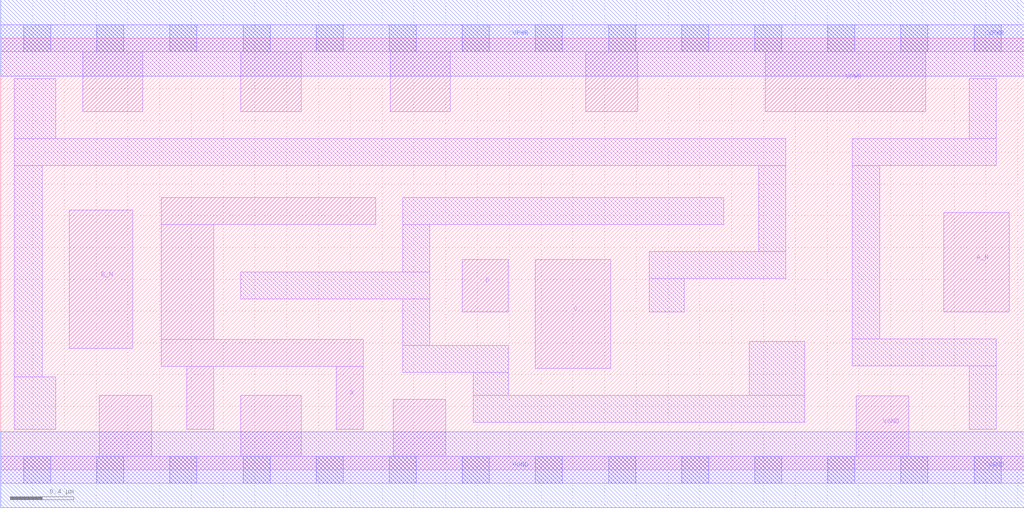
<source format=lef>
# Copyright 2020 The SkyWater PDK Authors
#
# Licensed under the Apache License, Version 2.0 (the "License");
# you may not use this file except in compliance with the License.
# You may obtain a copy of the License at
#
#     https://www.apache.org/licenses/LICENSE-2.0
#
# Unless required by applicable law or agreed to in writing, software
# distributed under the License is distributed on an "AS IS" BASIS,
# WITHOUT WARRANTIES OR CONDITIONS OF ANY KIND, either express or implied.
# See the License for the specific language governing permissions and
# limitations under the License.
#
# SPDX-License-Identifier: Apache-2.0

VERSION 5.7 ;
  NAMESCASESENSITIVE ON ;
  NOWIREEXTENSIONATPIN ON ;
  DIVIDERCHAR "/" ;
  BUSBITCHARS "[]" ;
UNITS
  DATABASE MICRONS 200 ;
END UNITS
PROPERTYDEFINITIONS
  MACRO maskLayoutSubType STRING ;
  MACRO prCellType STRING ;
  MACRO originalViewName STRING ;
END PROPERTYDEFINITIONS
MACRO sky130_fd_sc_hdll__and4bb_4
  CLASS CORE ;
  FOREIGN sky130_fd_sc_hdll__and4bb_4 ;
  ORIGIN  0.000000  0.000000 ;
  SIZE  6.440000 BY  2.720000 ;
  SYMMETRY X Y R90 ;
  SITE unithd ;
  PIN A_N
    ANTENNAGATEAREA  0.138600 ;
    DIRECTION INPUT ;
    USE SIGNAL ;
    PORT
      LAYER li1 ;
        RECT 5.935000 0.995000 6.345000 1.620000 ;
    END
  END A_N
  PIN B_N
    ANTENNAGATEAREA  0.138600 ;
    DIRECTION INPUT ;
    USE SIGNAL ;
    PORT
      LAYER li1 ;
        RECT 0.430000 0.765000 0.830000 1.635000 ;
    END
  END B_N
  PIN C
    ANTENNAGATEAREA  0.277500 ;
    DIRECTION INPUT ;
    USE SIGNAL ;
    PORT
      LAYER li1 ;
        RECT 3.365000 0.640000 3.840000 1.325000 ;
    END
  END C
  PIN D
    ANTENNAGATEAREA  0.277500 ;
    DIRECTION INPUT ;
    USE SIGNAL ;
    PORT
      LAYER li1 ;
        RECT 2.905000 0.995000 3.195000 1.325000 ;
    END
  END D
  PIN VGND
    ANTENNADIFFAREA  0.855200 ;
    DIRECTION INOUT ;
    USE SIGNAL ;
    PORT
      LAYER li1 ;
        RECT 0.000000 -0.085000 6.440000 0.085000 ;
        RECT 0.620000  0.085000 0.950000 0.470000 ;
        RECT 1.510000  0.085000 1.890000 0.470000 ;
        RECT 2.470000  0.085000 2.800000 0.445000 ;
        RECT 5.385000  0.085000 5.715000 0.465000 ;
      LAYER mcon ;
        RECT 0.145000 -0.085000 0.315000 0.085000 ;
        RECT 0.605000 -0.085000 0.775000 0.085000 ;
        RECT 1.065000 -0.085000 1.235000 0.085000 ;
        RECT 1.525000 -0.085000 1.695000 0.085000 ;
        RECT 1.985000 -0.085000 2.155000 0.085000 ;
        RECT 2.445000 -0.085000 2.615000 0.085000 ;
        RECT 2.905000 -0.085000 3.075000 0.085000 ;
        RECT 3.365000 -0.085000 3.535000 0.085000 ;
        RECT 3.825000 -0.085000 3.995000 0.085000 ;
        RECT 4.285000 -0.085000 4.455000 0.085000 ;
        RECT 4.745000 -0.085000 4.915000 0.085000 ;
        RECT 5.205000 -0.085000 5.375000 0.085000 ;
        RECT 5.665000 -0.085000 5.835000 0.085000 ;
        RECT 6.125000 -0.085000 6.295000 0.085000 ;
      LAYER met1 ;
        RECT 0.000000 -0.240000 6.440000 0.240000 ;
    END
  END VGND
  PIN VPWR
    ANTENNADIFFAREA  1.981400 ;
    DIRECTION INOUT ;
    USE SIGNAL ;
    PORT
      LAYER li1 ;
        RECT 0.000000 2.635000 6.440000 2.805000 ;
        RECT 0.515000 2.255000 0.895000 2.635000 ;
        RECT 1.510000 2.255000 1.890000 2.635000 ;
        RECT 2.450000 2.255000 2.830000 2.635000 ;
        RECT 3.680000 2.255000 4.010000 2.635000 ;
        RECT 4.810000 2.255000 5.820000 2.635000 ;
      LAYER mcon ;
        RECT 0.145000 2.635000 0.315000 2.805000 ;
        RECT 0.605000 2.635000 0.775000 2.805000 ;
        RECT 1.065000 2.635000 1.235000 2.805000 ;
        RECT 1.525000 2.635000 1.695000 2.805000 ;
        RECT 1.985000 2.635000 2.155000 2.805000 ;
        RECT 2.445000 2.635000 2.615000 2.805000 ;
        RECT 2.905000 2.635000 3.075000 2.805000 ;
        RECT 3.365000 2.635000 3.535000 2.805000 ;
        RECT 3.825000 2.635000 3.995000 2.805000 ;
        RECT 4.285000 2.635000 4.455000 2.805000 ;
        RECT 4.745000 2.635000 4.915000 2.805000 ;
        RECT 5.205000 2.635000 5.375000 2.805000 ;
        RECT 5.665000 2.635000 5.835000 2.805000 ;
        RECT 6.125000 2.635000 6.295000 2.805000 ;
      LAYER met1 ;
        RECT 0.000000 2.480000 6.440000 2.960000 ;
    END
  END VPWR
  PIN X
    ANTENNADIFFAREA  0.996000 ;
    DIRECTION OUTPUT ;
    USE SIGNAL ;
    PORT
      LAYER li1 ;
        RECT 1.010000 0.650000 2.280000 0.820000 ;
        RECT 1.010000 0.820000 1.340000 1.545000 ;
        RECT 1.010000 1.545000 2.360000 1.715000 ;
        RECT 1.170000 0.255000 1.340000 0.650000 ;
        RECT 2.110000 0.255000 2.280000 0.650000 ;
    END
  END X
  OBS
    LAYER li1 ;
      RECT 0.085000 0.255000 0.345000 0.585000 ;
      RECT 0.085000 0.585000 0.260000 1.915000 ;
      RECT 0.085000 1.915000 4.940000 2.085000 ;
      RECT 0.085000 2.085000 0.345000 2.465000 ;
      RECT 1.510000 1.075000 2.700000 1.245000 ;
      RECT 2.530000 0.615000 3.195000 0.785000 ;
      RECT 2.530000 0.785000 2.700000 1.075000 ;
      RECT 2.530000 1.245000 2.700000 1.545000 ;
      RECT 2.530000 1.545000 4.550000 1.715000 ;
      RECT 2.975000 0.300000 5.060000 0.470000 ;
      RECT 2.975000 0.470000 3.195000 0.615000 ;
      RECT 4.080000 0.995000 4.300000 1.205000 ;
      RECT 4.080000 1.205000 4.940000 1.375000 ;
      RECT 4.710000 0.470000 5.060000 0.810000 ;
      RECT 4.770000 1.375000 4.940000 1.915000 ;
      RECT 5.360000 0.655000 6.265000 0.825000 ;
      RECT 5.360000 0.825000 5.530000 1.915000 ;
      RECT 5.360000 1.915000 6.265000 2.085000 ;
      RECT 6.095000 0.255000 6.265000 0.655000 ;
      RECT 6.095000 2.085000 6.265000 2.465000 ;
  END
  PROPERTY maskLayoutSubType "abstract" ;
  PROPERTY prCellType "standard" ;
  PROPERTY originalViewName "layout" ;
END sky130_fd_sc_hdll__and4bb_4

</source>
